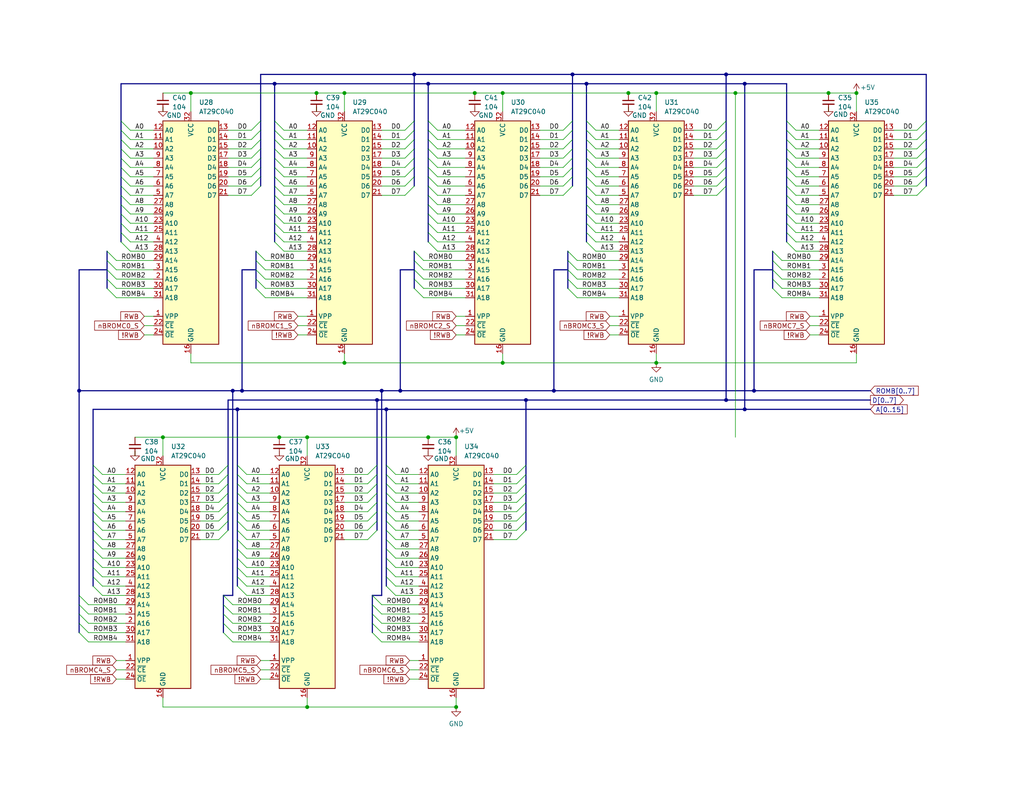
<source format=kicad_sch>
(kicad_sch (version 20250114) (generator "eeschema") (generator_version "9.0")
  (paper "USLetter")
  (title_block (title "Shared ROM Banks") (date "2025-03-04") (rev "1.1A") (company "Data Tuning") (comment 1 "Hydra 16"))
  (junction (at 102.87 109.22))
  (junction (at 124.46 119.38))
  (junction (at 160.02 22.86))
  (junction (at 64.77 111.76))
  (junction (at 233.68 25.4))
  (junction (at 105.41 111.76))
  (junction (at 200.66 25.4))
  (junction (at 113.03 20.32))
  (junction (at 66.04 106.68))
  (junction (at 83.82 119.38))
  (junction (at 109.22 106.68))
  (junction (at 104.14 106.68))
  (junction (at 86.36 25.4))
  (junction (at 76.2 119.38))
  (junction (at 203.2 22.86))
  (junction (at 116.84 119.38))
  (junction (at 151.13 106.68))
  (junction (at 63.5 106.68))
  (junction (at 124.46 193.04))
  (junction (at 52.07 25.4))
  (junction (at 143.51 109.22))
  (junction (at 198.12 109.22))
  (junction (at 203.2 111.76))
  (junction (at 137.16 25.4))
  (junction (at 179.07 99.06))
  (junction (at 226.06 25.4))
  (junction (at 74.93 22.86))
  (junction (at 93.98 25.4))
  (junction (at 21.59 106.68))
  (junction (at 171.45 25.4))
  (junction (at 156.21 20.32))
  (junction (at 93.98 99.06))
  (junction (at 179.07 25.4))
  (junction (at 137.16 99.06))
  (junction (at 116.84 22.86))
  (junction (at 198.12 20.32))
  (junction (at 205.74 106.68))
  (junction (at 83.82 193.04))
  (junction (at 129.54 25.4))
  (junction (at 44.45 119.38))
  (bus_entry (at 210.82 68.58) (size 2.54 2.54))
  (bus_entry (at 25.4 132.08) (size 2.54 2.54))
  (bus_entry (at 64.77 147.32) (size 2.54 2.54))
  (bus_entry (at 64.77 157.48) (size 2.54 2.54))
  (bus_entry (at 116.84 60.96) (size 2.54 2.54))
  (bus_entry (at 156.21 33.02) (size -2.54 2.54))
  (bus_entry (at 156.21 45.72) (size -2.54 2.54))
  (bus_entry (at 101.6 172.72) (size 2.54 2.54))
  (bus_entry (at 105.41 149.86) (size 2.54 2.54))
  (bus_entry (at 105.41 137.16) (size 2.54 2.54))
  (bus_entry (at 113.03 45.72) (size -2.54 2.54))
  (bus_entry (at 105.41 134.62) (size 2.54 2.54))
  (bus_entry (at 116.84 66.04) (size 2.54 2.54))
  (bus_entry (at 62.23 129.54) (size -2.54 2.54))
  (bus_entry (at 154.94 78.74) (size 2.54 2.54))
  (bus_entry (at 69.85 68.58) (size 2.54 2.54))
  (bus_entry (at 33.02 48.26) (size 2.54 2.54))
  (bus_entry (at 198.12 43.18) (size -2.54 2.54))
  (bus_entry (at 198.12 40.64) (size -2.54 2.54))
  (bus_entry (at 105.41 139.7) (size 2.54 2.54))
  (bus_entry (at 160.02 35.56) (size 2.54 2.54))
  (bus_entry (at 214.63 50.8) (size 2.54 2.54))
  (bus_entry (at 64.77 142.24) (size 2.54 2.54))
  (bus_entry (at 25.4 147.32) (size 2.54 2.54))
  (bus_entry (at 113.03 33.02) (size -2.54 2.54))
  (bus_entry (at 105.41 132.08) (size 2.54 2.54))
  (bus_entry (at 252.73 33.02) (size -2.54 2.54))
  (bus_entry (at 102.87 134.62) (size -2.54 2.54))
  (bus_entry (at 25.4 142.24) (size 2.54 2.54))
  (bus_entry (at 71.12 50.8) (size -2.54 2.54))
  (bus_entry (at 21.59 172.72) (size 2.54 2.54))
  (bus_entry (at 74.93 48.26) (size 2.54 2.54))
  (bus_entry (at 116.84 45.72) (size 2.54 2.54))
  (bus_entry (at 74.93 63.5) (size 2.54 2.54))
  (bus_entry (at 113.03 50.8) (size -2.54 2.54))
  (bus_entry (at 64.77 139.7) (size 2.54 2.54))
  (bus_entry (at 64.77 154.94) (size 2.54 2.54))
  (bus_entry (at 64.77 144.78) (size 2.54 2.54))
  (bus_entry (at 71.12 43.18) (size -2.54 2.54))
  (bus_entry (at 33.02 53.34) (size 2.54 2.54))
  (bus_entry (at 116.84 40.64) (size 2.54 2.54))
  (bus_entry (at 69.85 78.74) (size 2.54 2.54))
  (bus_entry (at 113.03 38.1) (size -2.54 2.54))
  (bus_entry (at 116.84 53.34) (size 2.54 2.54))
  (bus_entry (at 198.12 48.26) (size -2.54 2.54))
  (bus_entry (at 102.87 127) (size -2.54 2.54))
  (bus_entry (at 33.02 63.5) (size 2.54 2.54))
  (bus_entry (at 33.02 33.02) (size 2.54 2.54))
  (bus_entry (at 64.77 149.86) (size 2.54 2.54))
  (bus_entry (at 25.4 160.02) (size 2.54 2.54))
  (bus_entry (at 102.87 139.7) (size -2.54 2.54))
  (bus_entry (at 214.63 53.34) (size 2.54 2.54))
  (bus_entry (at 143.51 127) (size -2.54 2.54))
  (bus_entry (at 25.4 157.48) (size 2.54 2.54))
  (bus_entry (at 105.41 127) (size 2.54 2.54))
  (bus_entry (at 116.84 63.5) (size 2.54 2.54))
  (bus_entry (at 160.02 53.34) (size 2.54 2.54))
  (bus_entry (at 160.02 38.1) (size 2.54 2.54))
  (bus_entry (at 160.02 43.18) (size 2.54 2.54))
  (bus_entry (at 33.02 43.18) (size 2.54 2.54))
  (bus_entry (at 62.23 139.7) (size -2.54 2.54))
  (bus_entry (at 160.02 66.04) (size 2.54 2.54))
  (bus_entry (at 198.12 50.8) (size -2.54 2.54))
  (bus_entry (at 210.82 78.74) (size 2.54 2.54))
  (bus_entry (at 74.93 45.72) (size 2.54 2.54))
  (bus_entry (at 29.21 71.12) (size 2.54 2.54))
  (bus_entry (at 25.4 154.94) (size 2.54 2.54))
  (bus_entry (at 154.94 71.12) (size 2.54 2.54))
  (bus_entry (at 64.77 132.08) (size 2.54 2.54))
  (bus_entry (at 62.23 132.08) (size -2.54 2.54))
  (bus_entry (at 116.84 48.26) (size 2.54 2.54))
  (bus_entry (at 113.03 43.18) (size -2.54 2.54))
  (bus_entry (at 210.82 73.66) (size 2.54 2.54))
  (bus_entry (at 62.23 127) (size -2.54 2.54))
  (bus_entry (at 29.21 73.66) (size 2.54 2.54))
  (bus_entry (at 29.21 76.2) (size 2.54 2.54))
  (bus_entry (at 105.41 129.54) (size 2.54 2.54))
  (bus_entry (at 214.63 48.26) (size 2.54 2.54))
  (bus_entry (at 101.6 170.18) (size 2.54 2.54))
  (bus_entry (at 143.51 139.7) (size -2.54 2.54))
  (bus_entry (at 214.63 33.02) (size 2.54 2.54))
  (bus_entry (at 29.21 68.58) (size 2.54 2.54))
  (bus_entry (at 113.03 40.64) (size -2.54 2.54))
  (bus_entry (at 101.6 165.1) (size 2.54 2.54))
  (bus_entry (at 214.63 63.5) (size 2.54 2.54))
  (bus_entry (at 116.84 35.56) (size 2.54 2.54))
  (bus_entry (at 116.84 50.8) (size 2.54 2.54))
  (bus_entry (at 62.23 142.24) (size -2.54 2.54))
  (bus_entry (at 64.77 137.16) (size 2.54 2.54))
  (bus_entry (at 29.21 78.74) (size 2.54 2.54))
  (bus_entry (at 69.85 71.12) (size 2.54 2.54))
  (bus_entry (at 252.73 40.64) (size -2.54 2.54))
  (bus_entry (at 64.77 152.4) (size 2.54 2.54))
  (bus_entry (at 105.41 160.02) (size 2.54 2.54))
  (bus_entry (at 113.03 35.56) (size -2.54 2.54))
  (bus_entry (at 116.84 33.02) (size 2.54 2.54))
  (bus_entry (at 25.4 139.7) (size 2.54 2.54))
  (bus_entry (at 252.73 43.18) (size -2.54 2.54))
  (bus_entry (at 74.93 66.04) (size 2.54 2.54))
  (bus_entry (at 143.51 132.08) (size -2.54 2.54))
  (bus_entry (at 64.77 129.54) (size 2.54 2.54))
  (bus_entry (at 102.87 132.08) (size -2.54 2.54))
  (bus_entry (at 33.02 60.96) (size 2.54 2.54))
  (bus_entry (at 25.4 152.4) (size 2.54 2.54))
  (bus_entry (at 60.96 167.64) (size 2.54 2.54))
  (bus_entry (at 33.02 45.72) (size 2.54 2.54))
  (bus_entry (at 25.4 144.78) (size 2.54 2.54))
  (bus_entry (at 198.12 38.1) (size -2.54 2.54))
  (bus_entry (at 62.23 137.16) (size -2.54 2.54))
  (bus_entry (at 60.96 172.72) (size 2.54 2.54))
  (bus_entry (at 113.03 78.74) (size 2.54 2.54))
  (bus_entry (at 71.12 40.64) (size -2.54 2.54))
  (bus_entry (at 160.02 45.72) (size 2.54 2.54))
  (bus_entry (at 113.03 71.12) (size 2.54 2.54))
  (bus_entry (at 33.02 40.64) (size 2.54 2.54))
  (bus_entry (at 74.93 40.64) (size 2.54 2.54))
  (bus_entry (at 198.12 45.72) (size -2.54 2.54))
  (bus_entry (at 113.03 73.66) (size 2.54 2.54))
  (bus_entry (at 62.23 134.62) (size -2.54 2.54))
  (bus_entry (at 252.73 38.1) (size -2.54 2.54))
  (bus_entry (at 60.96 170.18) (size 2.54 2.54))
  (bus_entry (at 74.93 58.42) (size 2.54 2.54))
  (bus_entry (at 214.63 35.56) (size 2.54 2.54))
  (bus_entry (at 21.59 165.1) (size 2.54 2.54))
  (bus_entry (at 21.59 170.18) (size 2.54 2.54))
  (bus_entry (at 21.59 162.56) (size 2.54 2.54))
  (bus_entry (at 105.41 147.32) (size 2.54 2.54))
  (bus_entry (at 113.03 76.2) (size 2.54 2.54))
  (bus_entry (at 71.12 45.72) (size -2.54 2.54))
  (bus_entry (at 113.03 68.58) (size 2.54 2.54))
  (bus_entry (at 74.93 35.56) (size 2.54 2.54))
  (bus_entry (at 33.02 55.88) (size 2.54 2.54))
  (bus_entry (at 160.02 40.64) (size 2.54 2.54))
  (bus_entry (at 160.02 55.88) (size 2.54 2.54))
  (bus_entry (at 102.87 137.16) (size -2.54 2.54))
  (bus_entry (at 102.87 129.54) (size -2.54 2.54))
  (bus_entry (at 252.73 50.8) (size -2.54 2.54))
  (bus_entry (at 69.85 76.2) (size 2.54 2.54))
  (bus_entry (at 214.63 58.42) (size 2.54 2.54))
  (bus_entry (at 160.02 48.26) (size 2.54 2.54))
  (bus_entry (at 33.02 58.42) (size 2.54 2.54))
  (bus_entry (at 74.93 38.1) (size 2.54 2.54))
  (bus_entry (at 25.4 127) (size 2.54 2.54))
  (bus_entry (at 71.12 38.1) (size -2.54 2.54))
  (bus_entry (at 60.96 162.56) (size 2.54 2.54))
  (bus_entry (at 33.02 66.04) (size 2.54 2.54))
  (bus_entry (at 25.4 149.86) (size 2.54 2.54))
  (bus_entry (at 74.93 60.96) (size 2.54 2.54))
  (bus_entry (at 143.51 134.62) (size -2.54 2.54))
  (bus_entry (at 64.77 127) (size 2.54 2.54))
  (bus_entry (at 160.02 33.02) (size 2.54 2.54))
  (bus_entry (at 156.21 38.1) (size -2.54 2.54))
  (bus_entry (at 102.87 142.24) (size -2.54 2.54))
  (bus_entry (at 143.51 137.16) (size -2.54 2.54))
  (bus_entry (at 198.12 33.02) (size -2.54 2.54))
  (bus_entry (at 210.82 71.12) (size 2.54 2.54))
  (bus_entry (at 156.21 35.56) (size -2.54 2.54))
  (bus_entry (at 214.63 55.88) (size 2.54 2.54))
  (bus_entry (at 71.12 48.26) (size -2.54 2.54))
  (bus_entry (at 156.21 40.64) (size -2.54 2.54))
  (bus_entry (at 214.63 40.64) (size 2.54 2.54))
  (bus_entry (at 74.93 55.88) (size 2.54 2.54))
  (bus_entry (at 154.94 73.66) (size 2.54 2.54))
  (bus_entry (at 74.93 53.34) (size 2.54 2.54))
  (bus_entry (at 160.02 58.42) (size 2.54 2.54))
  (bus_entry (at 33.02 38.1) (size 2.54 2.54))
  (bus_entry (at 214.63 45.72) (size 2.54 2.54))
  (bus_entry (at 210.82 76.2) (size 2.54 2.54))
  (bus_entry (at 74.93 33.02) (size 2.54 2.54))
  (bus_entry (at 252.73 35.56) (size -2.54 2.54))
  (bus_entry (at 116.84 58.42) (size 2.54 2.54))
  (bus_entry (at 25.4 129.54) (size 2.54 2.54))
  (bus_entry (at 105.41 154.94) (size 2.54 2.54))
  (bus_entry (at 64.77 134.62) (size 2.54 2.54))
  (bus_entry (at 198.12 35.56) (size -2.54 2.54))
  (bus_entry (at 116.84 38.1) (size 2.54 2.54))
  (bus_entry (at 113.03 48.26) (size -2.54 2.54))
  (bus_entry (at 69.85 73.66) (size 2.54 2.54))
  (bus_entry (at 156.21 48.26) (size -2.54 2.54))
  (bus_entry (at 33.02 35.56) (size 2.54 2.54))
  (bus_entry (at 252.73 48.26) (size -2.54 2.54))
  (bus_entry (at 143.51 142.24) (size -2.54 2.54))
  (bus_entry (at 116.84 55.88) (size 2.54 2.54))
  (bus_entry (at 214.63 66.04) (size 2.54 2.54))
  (bus_entry (at 160.02 60.96) (size 2.54 2.54))
  (bus_entry (at 214.63 60.96) (size 2.54 2.54))
  (bus_entry (at 102.87 144.78) (size -2.54 2.54))
  (bus_entry (at 116.84 43.18) (size 2.54 2.54))
  (bus_entry (at 60.96 165.1) (size 2.54 2.54))
  (bus_entry (at 105.41 152.4) (size 2.54 2.54))
  (bus_entry (at 160.02 63.5) (size 2.54 2.54))
  (bus_entry (at 71.12 33.02) (size -2.54 2.54))
  (bus_entry (at 71.12 35.56) (size -2.54 2.54))
  (bus_entry (at 25.4 134.62) (size 2.54 2.54))
  (bus_entry (at 62.23 144.78) (size -2.54 2.54))
  (bus_entry (at 101.6 162.56) (size 2.54 2.54))
  (bus_entry (at 156.21 43.18) (size -2.54 2.54))
  (bus_entry (at 21.59 167.64) (size 2.54 2.54))
  (bus_entry (at 160.02 50.8) (size 2.54 2.54))
  (bus_entry (at 252.73 45.72) (size -2.54 2.54))
  (bus_entry (at 25.4 137.16) (size 2.54 2.54))
  (bus_entry (at 143.51 129.54) (size -2.54 2.54))
  (bus_entry (at 154.94 68.58) (size 2.54 2.54))
  (bus_entry (at 156.21 50.8) (size -2.54 2.54))
  (bus_entry (at 105.41 157.48) (size 2.54 2.54))
  (bus_entry (at 74.93 43.18) (size 2.54 2.54))
  (bus_entry (at 105.41 144.78) (size 2.54 2.54))
  (bus_entry (at 64.77 160.02) (size 2.54 2.54))
  (bus_entry (at 33.02 50.8) (size 2.54 2.54))
  (bus_entry (at 214.63 38.1) (size 2.54 2.54))
  (bus_entry (at 143.51 144.78) (size -2.54 2.54))
  (bus_entry (at 101.6 167.64) (size 2.54 2.54))
  (bus_entry (at 105.41 142.24) (size 2.54 2.54))
  (bus_entry (at 154.94 76.2) (size 2.54 2.54))
  (bus_entry (at 74.93 50.8) (size 2.54 2.54))
  (bus_entry (at 214.63 43.18) (size 2.54 2.54))
  (wire (pts (xy 213.36 81.28) (xy 223.52 81.28)))
  (bus (pts (xy 74.93 50.8) (xy 74.93 48.26)))
  (wire (pts (xy 71.12 180.34) (xy 73.66 180.34)))
  (wire (pts (xy 137.16 25.4) (xy 171.45 25.4)))
  (bus (pts (xy 116.84 50.8) (xy 116.84 48.26)))
  (bus (pts (xy 143.51 139.7) (xy 143.51 142.24)))
  (wire (pts (xy 107.95 139.7) (xy 114.3 139.7)))
  (wire (pts (xy 162.56 40.64) (xy 168.91 40.64)))
  (bus (pts (xy 29.21 76.2) (xy 29.21 78.74)))
  (wire (pts (xy 104.14 165.1) (xy 114.3 165.1)))
  (wire (pts (xy 233.68 96.52) (xy 233.68 99.06)))
  (wire (pts (xy 35.56 35.56) (xy 41.91 35.56)))
  (wire (pts (xy 107.95 129.54) (xy 114.3 129.54)))
  (bus (pts (xy 210.82 76.2) (xy 210.82 78.74)))
  (wire (pts (xy 129.54 29.21) (xy 129.54 30.48)))
  (bus (pts (xy 64.77 129.54) (xy 64.77 132.08)))
  (wire (pts (xy 217.17 53.34) (xy 223.52 53.34)))
  (wire (pts (xy 162.56 60.96) (xy 168.91 60.96)))
  (bus (pts (xy 109.22 106.68) (xy 104.14 106.68)))
  (wire (pts (xy 67.31 160.02) (xy 73.66 160.02)))
  (bus (pts (xy 105.41 129.54) (xy 105.41 132.08)))
  (bus (pts (xy 156.21 33.02) (xy 156.21 35.56)))
  (bus (pts (xy 160.02 66.04) (xy 160.02 63.5)))
  (wire (pts (xy 104.14 175.26) (xy 114.3 175.26)))
  (bus (pts (xy 64.77 127) (xy 64.77 129.54)))
  (wire (pts (xy 24.13 165.1) (xy 34.29 165.1)))
  (bus (pts (xy 105.41 127) (xy 105.41 129.54)))
  (wire (pts (xy 83.82 119.38) (xy 83.82 124.46)))
  (bus (pts (xy 29.21 71.12) (xy 29.21 73.66)))
  (bus (pts (xy 33.02 50.8) (xy 33.02 48.26)))
  (bus (pts (xy 66.04 106.68) (xy 63.5 106.68)))
  (wire (pts (xy 36.83 124.46) (xy 36.83 123.19)))
  (wire (pts (xy 77.47 60.96) (xy 83.82 60.96)))
  (bus (pts (xy 102.87 127) (xy 102.87 129.54)))
  (wire (pts (xy 134.62 132.08) (xy 140.97 132.08)))
  (wire (pts (xy 54.61 132.08) (xy 59.69 132.08)))
  (wire (pts (xy 71.12 185.42) (xy 73.66 185.42)))
  (wire (pts (xy 213.36 71.12) (xy 223.52 71.12)))
  (wire (pts (xy 54.61 142.24) (xy 59.69 142.24)))
  (bus (pts (xy 156.21 48.26) (xy 156.21 50.8)))
  (wire (pts (xy 134.62 147.32) (xy 140.97 147.32)))
  (bus (pts (xy 205.74 106.68) (xy 237.49 106.68)))
  (bus (pts (xy 113.03 33.02) (xy 113.03 35.56)))
  (bus (pts (xy 74.93 33.02) (xy 74.93 22.86)))
  (wire (pts (xy 107.95 147.32) (xy 114.3 147.32)))
  (wire (pts (xy 93.98 147.32) (xy 100.33 147.32)))
  (wire (pts (xy 162.56 53.34) (xy 168.91 53.34)))
  (wire (pts (xy 77.47 48.26) (xy 83.82 48.26)))
  (wire (pts (xy 27.94 137.16) (xy 34.29 137.16)))
  (wire (pts (xy 217.17 68.58) (xy 223.52 68.58)))
  (bus (pts (xy 105.41 142.24) (xy 105.41 144.78)))
  (wire (pts (xy 54.61 144.78) (xy 59.69 144.78)))
  (bus (pts (xy 160.02 50.8) (xy 160.02 48.26)))
  (wire (pts (xy 67.31 137.16) (xy 73.66 137.16)))
  (wire (pts (xy 67.31 162.56) (xy 73.66 162.56)))
  (wire (pts (xy 134.62 139.7) (xy 140.97 139.7)))
  (wire (pts (xy 93.98 132.08) (xy 100.33 132.08)))
  (wire (pts (xy 157.48 78.74) (xy 168.91 78.74)))
  (bus (pts (xy 74.93 40.64) (xy 74.93 43.18)))
  (bus (pts (xy 25.4 144.78) (xy 25.4 142.24)))
  (wire (pts (xy 226.06 29.21) (xy 226.06 30.48)))
  (wire (pts (xy 77.47 43.18) (xy 83.82 43.18)))
  (bus (pts (xy 113.03 38.1) (xy 113.03 40.64)))
  (wire (pts (xy 24.13 167.64) (xy 34.29 167.64)))
  (wire (pts (xy 27.94 139.7) (xy 34.29 139.7)))
  (bus (pts (xy 25.4 147.32) (xy 25.4 144.78)))
  (bus (pts (xy 252.73 40.64) (xy 252.73 43.18)))
  (wire (pts (xy 124.46 91.44) (xy 127 91.44)))
  (bus (pts (xy 210.82 73.66) (xy 210.82 76.2)))
  (wire (pts (xy 27.94 134.62) (xy 34.29 134.62)))
  (bus (pts (xy 101.6 162.56) (xy 104.14 162.56)))
  (bus (pts (xy 151.13 73.66) (xy 154.94 73.66)))
  (bus (pts (xy 151.13 73.66) (xy 151.13 106.68)))
  (bus (pts (xy 160.02 53.34) (xy 160.02 50.8)))
  (wire (pts (xy 67.31 157.48) (xy 73.66 157.48)))
  (wire (pts (xy 24.13 170.18) (xy 34.29 170.18)))
  (bus (pts (xy 113.03 45.72) (xy 113.03 48.26)))
  (bus (pts (xy 143.51 127) (xy 143.51 129.54)))
  (bus (pts (xy 102.87 109.22) (xy 102.87 127)))
  (wire (pts (xy 104.14 50.8) (xy 110.49 50.8)))
  (wire (pts (xy 27.94 132.08) (xy 34.29 132.08)))
  (wire (pts (xy 115.57 81.28) (xy 127 81.28)))
  (bus (pts (xy 160.02 48.26) (xy 160.02 45.72)))
  (wire (pts (xy 44.45 124.46) (xy 44.45 119.38)))
  (wire (pts (xy 147.32 40.64) (xy 153.67 40.64)))
  (bus (pts (xy 116.84 53.34) (xy 116.84 50.8)))
  (wire (pts (xy 62.23 35.56) (xy 68.58 35.56)))
  (wire (pts (xy 36.83 119.38) (xy 44.45 119.38)))
  (bus (pts (xy 25.4 160.02) (xy 25.4 157.48)))
  (wire (pts (xy 35.56 40.64) (xy 41.91 40.64)))
  (bus (pts (xy 29.21 73.66) (xy 29.21 76.2)))
  (wire (pts (xy 217.17 66.04) (xy 223.52 66.04)))
  (bus (pts (xy 160.02 63.5) (xy 160.02 60.96)))
  (wire (pts (xy 72.39 71.12) (xy 83.82 71.12)))
  (wire (pts (xy 35.56 48.26) (xy 41.91 48.26)))
  (wire (pts (xy 134.62 129.54) (xy 140.97 129.54)))
  (wire (pts (xy 162.56 58.42) (xy 168.91 58.42)))
  (wire (pts (xy 24.13 172.72) (xy 34.29 172.72)))
  (wire (pts (xy 93.98 129.54) (xy 100.33 129.54)))
  (wire (pts (xy 104.14 53.34) (xy 110.49 53.34)))
  (wire (pts (xy 35.56 50.8) (xy 41.91 50.8)))
  (bus (pts (xy 198.12 35.56) (xy 198.12 38.1)))
  (wire (pts (xy 107.95 132.08) (xy 114.3 132.08)))
  (wire (pts (xy 217.17 43.18) (xy 223.52 43.18)))
  (bus (pts (xy 214.63 55.88) (xy 214.63 58.42)))
  (bus (pts (xy 113.03 35.56) (xy 113.03 38.1)))
  (wire (pts (xy 147.32 45.72) (xy 153.67 45.72)))
  (wire (pts (xy 67.31 147.32) (xy 73.66 147.32)))
  (bus (pts (xy 214.63 48.26) (xy 214.63 50.8)))
  (wire (pts (xy 35.56 38.1) (xy 41.91 38.1)))
  (wire (pts (xy 124.46 190.5) (xy 124.46 193.04)))
  (bus (pts (xy 64.77 144.78) (xy 64.77 147.32)))
  (wire (pts (xy 166.37 86.36) (xy 168.91 86.36)))
  (bus (pts (xy 156.21 43.18) (xy 156.21 45.72)))
  (bus (pts (xy 214.63 50.8) (xy 214.63 53.34)))
  (bus (pts (xy 210.82 68.58) (xy 210.82 71.12)))
  (wire (pts (xy 31.75 81.28) (xy 41.91 81.28)))
  (bus (pts (xy 143.51 109.22) (xy 143.51 127)))
  (wire (pts (xy 27.94 149.86) (xy 34.29 149.86)))
  (wire (pts (xy 27.94 142.24) (xy 34.29 142.24)))
  (wire (pts (xy 217.17 50.8) (xy 223.52 50.8)))
  (wire (pts (xy 104.14 48.26) (xy 110.49 48.26)))
  (wire (pts (xy 147.32 35.56) (xy 153.67 35.56)))
  (bus (pts (xy 102.87 129.54) (xy 102.87 132.08)))
  (wire (pts (xy 189.23 40.64) (xy 195.58 40.64)))
  (bus (pts (xy 62.23 132.08) (xy 62.23 134.62)))
  (bus (pts (xy 102.87 142.24) (xy 102.87 144.78)))
  (bus (pts (xy 66.04 106.68) (xy 104.14 106.68)))
  (wire (pts (xy 71.12 182.88) (xy 73.66 182.88)))
  (bus (pts (xy 214.63 33.02) (xy 214.63 35.56)))
  (bus (pts (xy 198.12 40.64) (xy 198.12 43.18)))
  (bus (pts (xy 62.23 109.22) (xy 62.23 127)))
  (wire (pts (xy 162.56 38.1) (xy 168.91 38.1)))
  (wire (pts (xy 189.23 48.26) (xy 195.58 48.26)))
  (bus (pts (xy 109.22 73.66) (xy 109.22 106.68)))
  (bus (pts (xy 25.4 157.48) (xy 25.4 154.94)))
  (bus (pts (xy 151.13 106.68) (xy 205.74 106.68)))
  (bus (pts (xy 33.02 40.64) (xy 33.02 43.18)))
  (bus (pts (xy 21.59 165.1) (xy 21.59 167.64)))
  (bus (pts (xy 156.21 35.56) (xy 156.21 38.1)))
  (wire (pts (xy 220.98 91.44) (xy 223.52 91.44)))
  (bus (pts (xy 252.73 38.1) (xy 252.73 40.64)))
  (wire (pts (xy 54.61 129.54) (xy 59.69 129.54)))
  (wire (pts (xy 63.5 165.1) (xy 73.66 165.1)))
  (wire (pts (xy 189.23 43.18) (xy 195.58 43.18)))
  (wire (pts (xy 119.38 38.1) (xy 127 38.1)))
  (wire (pts (xy 137.16 25.4) (xy 137.16 30.48)))
  (wire (pts (xy 243.84 35.56) (xy 250.19 35.56)))
  (bus (pts (xy 116.84 35.56) (xy 116.84 38.1)))
  (wire (pts (xy 200.66 119.38) (xy 200.66 25.4)))
  (bus (pts (xy 198.12 43.18) (xy 198.12 45.72)))
  (bus (pts (xy 214.63 40.64) (xy 214.63 43.18)))
  (wire (pts (xy 179.07 99.06) (xy 233.68 99.06)))
  (wire (pts (xy 77.47 53.34) (xy 83.82 53.34)))
  (wire (pts (xy 104.14 172.72) (xy 114.3 172.72)))
  (wire (pts (xy 54.61 137.16) (xy 59.69 137.16)))
  (bus (pts (xy 210.82 71.12) (xy 210.82 73.66)))
  (bus (pts (xy 62.23 139.7) (xy 62.23 142.24)))
  (bus (pts (xy 210.82 73.66) (xy 205.74 73.66)))
  (wire (pts (xy 62.23 45.72) (xy 68.58 45.72)))
  (wire (pts (xy 27.94 162.56) (xy 34.29 162.56)))
  (wire (pts (xy 52.07 25.4) (xy 52.07 30.48)))
  (bus (pts (xy 198.12 20.32) (xy 198.12 33.02)))
  (wire (pts (xy 166.37 91.44) (xy 168.91 91.44)))
  (wire (pts (xy 217.17 60.96) (xy 223.52 60.96)))
  (bus (pts (xy 116.84 55.88) (xy 116.84 58.42)))
  (wire (pts (xy 217.17 35.56) (xy 223.52 35.56)))
  (wire (pts (xy 77.47 63.5) (xy 83.82 63.5)))
  (bus (pts (xy 33.02 66.04) (xy 33.02 63.5)))
  (wire (pts (xy 226.06 25.4) (xy 233.68 25.4)))
  (wire (pts (xy 31.75 182.88) (xy 34.29 182.88)))
  (wire (pts (xy 162.56 63.5) (xy 168.91 63.5)))
  (bus (pts (xy 33.02 43.18) (xy 33.02 45.72)))
  (bus (pts (xy 214.63 22.86) (xy 214.63 33.02)))
  (wire (pts (xy 67.31 134.62) (xy 73.66 134.62)))
  (wire (pts (xy 200.66 25.4) (xy 179.07 25.4)))
  (bus (pts (xy 25.4 142.24) (xy 25.4 139.7)))
  (bus (pts (xy 25.4 137.16) (xy 25.4 139.7)))
  (wire (pts (xy 217.17 58.42) (xy 223.52 58.42)))
  (bus (pts (xy 71.12 45.72) (xy 71.12 48.26)))
  (wire (pts (xy 220.98 86.36) (xy 223.52 86.36)))
  (wire (pts (xy 35.56 45.72) (xy 41.91 45.72)))
  (wire (pts (xy 44.45 29.21) (xy 44.45 30.48)))
  (wire (pts (xy 44.45 119.38) (xy 76.2 119.38)))
  (wire (pts (xy 104.14 43.18) (xy 110.49 43.18)))
  (bus (pts (xy 64.77 157.48) (xy 64.77 160.02)))
  (wire (pts (xy 217.17 48.26) (xy 223.52 48.26)))
  (bus (pts (xy 102.87 139.7) (xy 102.87 142.24)))
  (bus (pts (xy 71.12 33.02) (xy 71.12 35.56)))
  (wire (pts (xy 147.32 48.26) (xy 153.67 48.26)))
  (wire (pts (xy 27.94 154.94) (xy 34.29 154.94)))
  (wire (pts (xy 72.39 76.2) (xy 83.82 76.2)))
  (wire (pts (xy 62.23 38.1) (xy 68.58 38.1)))
  (wire (pts (xy 233.68 25.4) (xy 233.68 30.48)))
  (bus (pts (xy 113.03 20.32) (xy 113.03 33.02)))
  (bus (pts (xy 60.96 170.18) (xy 60.96 172.72)))
  (bus (pts (xy 60.96 162.56) (xy 60.96 165.1)))
  (wire (pts (xy 31.75 76.2) (xy 41.91 76.2)))
  (wire (pts (xy 104.14 40.64) (xy 110.49 40.64)))
  (wire (pts (xy 217.17 40.64) (xy 223.52 40.64)))
  (bus (pts (xy 116.84 22.86) (xy 116.84 33.02)))
  (bus (pts (xy 69.85 71.12) (xy 69.85 73.66)))
  (wire (pts (xy 171.45 25.4) (xy 179.07 25.4)))
  (wire (pts (xy 62.23 53.34) (xy 68.58 53.34)))
  (bus (pts (xy 62.23 137.16) (xy 62.23 139.7)))
  (bus (pts (xy 160.02 22.86) (xy 160.02 33.02)))
  (bus (pts (xy 71.12 40.64) (xy 71.12 43.18)))
  (bus (pts (xy 105.41 144.78) (xy 105.41 147.32)))
  (wire (pts (xy 52.07 99.06) (xy 93.98 99.06)))
  (wire (pts (xy 83.82 119.38) (xy 116.84 119.38)))
  (wire (pts (xy 77.47 35.56) (xy 83.82 35.56)))
  (bus (pts (xy 101.6 162.56) (xy 101.6 165.1)))
  (bus (pts (xy 156.21 38.1) (xy 156.21 40.64)))
  (wire (pts (xy 52.07 96.52) (xy 52.07 99.06)))
  (wire (pts (xy 119.38 35.56) (xy 127 35.56)))
  (bus (pts (xy 105.41 111.76) (xy 203.2 111.76)))
  (wire (pts (xy 115.57 76.2) (xy 127 76.2)))
  (bus (pts (xy 113.03 71.12) (xy 113.03 73.66)))
  (wire (pts (xy 213.36 76.2) (xy 223.52 76.2)))
  (bus (pts (xy 156.21 33.02) (xy 156.21 20.32)))
  (wire (pts (xy 243.84 38.1) (xy 250.19 38.1)))
  (bus (pts (xy 69.85 68.58) (xy 69.85 71.12)))
  (bus (pts (xy 105.41 157.48) (xy 105.41 160.02)))
  (wire (pts (xy 119.38 40.64) (xy 127 40.64)))
  (bus (pts (xy 64.77 132.08) (xy 64.77 134.62)))
  (bus (pts (xy 62.23 129.54) (xy 62.23 132.08)))
  (bus (pts (xy 74.93 22.86) (xy 116.84 22.86)))
  (wire (pts (xy 93.98 99.06) (xy 137.16 99.06)))
  (wire (pts (xy 116.84 123.19) (xy 116.84 124.46)))
  (wire (pts (xy 27.94 129.54) (xy 34.29 129.54)))
  (bus (pts (xy 64.77 142.24) (xy 64.77 144.78)))
  (wire (pts (xy 124.46 86.36) (xy 127 86.36)))
  (bus (pts (xy 33.02 63.5) (xy 33.02 60.96)))
  (wire (pts (xy 104.14 38.1) (xy 110.49 38.1)))
  (wire (pts (xy 157.48 81.28) (xy 168.91 81.28)))
  (wire (pts (xy 31.75 78.74) (xy 41.91 78.74)))
  (bus (pts (xy 66.04 73.66) (xy 69.85 73.66)))
  (wire (pts (xy 93.98 139.7) (xy 100.33 139.7)))
  (bus (pts (xy 60.96 167.64) (xy 60.96 170.18)))
  (wire (pts (xy 119.38 45.72) (xy 127 45.72)))
  (wire (pts (xy 119.38 68.58) (xy 127 68.58)))
  (bus (pts (xy 154.94 76.2) (xy 154.94 78.74)))
  (wire (pts (xy 54.61 134.62) (xy 59.69 134.62)))
  (bus (pts (xy 214.63 38.1) (xy 214.63 40.64)))
  (wire (pts (xy 107.95 154.94) (xy 114.3 154.94)))
  (wire (pts (xy 137.16 99.06) (xy 179.07 99.06)))
  (bus (pts (xy 21.59 73.66) (xy 21.59 106.68)))
  (wire (pts (xy 147.32 53.34) (xy 153.67 53.34)))
  (bus (pts (xy 160.02 38.1) (xy 160.02 40.64)))
  (bus (pts (xy 21.59 162.56) (xy 21.59 165.1)))
  (bus (pts (xy 63.5 162.56) (xy 60.96 162.56)))
  (bus (pts (xy 71.12 35.56) (xy 71.12 38.1)))
  (wire (pts (xy 93.98 96.52) (xy 93.98 99.06)))
  (bus (pts (xy 33.02 55.88) (xy 33.02 58.42)))
  (bus (pts (xy 25.4 152.4) (xy 25.4 154.94)))
  (bus (pts (xy 214.63 60.96) (xy 214.63 63.5)))
  (wire (pts (xy 63.5 172.72) (xy 73.66 172.72)))
  (bus (pts (xy 116.84 55.88) (xy 116.84 53.34)))
  (bus (pts (xy 64.77 154.94) (xy 64.77 157.48)))
  (wire (pts (xy 162.56 48.26) (xy 168.91 48.26)))
  (bus (pts (xy 33.02 55.88) (xy 33.02 53.34)))
  (bus (pts (xy 33.02 22.86) (xy 74.93 22.86)))
  (bus (pts (xy 198.12 50.8) (xy 198.12 109.22)))
  (wire (pts (xy 35.56 68.58) (xy 41.91 68.58)))
  (bus (pts (xy 33.02 33.02) (xy 33.02 35.56)))
  (bus (pts (xy 252.73 48.26) (xy 252.73 50.8)))
  (wire (pts (xy 243.84 40.64) (xy 250.19 40.64)))
  (wire (pts (xy 77.47 66.04) (xy 83.82 66.04)))
  (wire (pts (xy 35.56 60.96) (xy 41.91 60.96)))
  (bus (pts (xy 160.02 33.02) (xy 160.02 35.56)))
  (wire (pts (xy 124.46 119.38) (xy 124.46 124.46)))
  (wire (pts (xy 63.5 170.18) (xy 73.66 170.18)))
  (bus (pts (xy 71.12 48.26) (xy 71.12 50.8)))
  (bus (pts (xy 71.12 38.1) (xy 71.12 40.64)))
  (bus (pts (xy 105.41 134.62) (xy 105.41 137.16)))
  (bus (pts (xy 214.63 43.18) (xy 214.63 45.72)))
  (wire (pts (xy 27.94 157.48) (xy 34.29 157.48)))
  (wire (pts (xy 107.95 157.48) (xy 114.3 157.48)))
  (bus (pts (xy 62.23 134.62) (xy 62.23 137.16)))
  (bus (pts (xy 160.02 40.64) (xy 160.02 43.18)))
  (bus (pts (xy 156.21 40.64) (xy 156.21 43.18)))
  (bus (pts (xy 25.4 132.08) (xy 25.4 134.62)))
  (bus (pts (xy 33.02 48.26) (xy 33.02 45.72)))
  (wire (pts (xy 35.56 58.42) (xy 41.91 58.42)))
  (bus (pts (xy 64.77 134.62) (xy 64.77 137.16)))
  (bus (pts (xy 66.04 73.66) (xy 66.04 106.68)))
  (wire (pts (xy 189.23 53.34) (xy 195.58 53.34)))
  (wire (pts (xy 35.56 63.5) (xy 41.91 63.5)))
  (bus (pts (xy 198.12 33.02) (xy 198.12 35.56)))
  (wire (pts (xy 93.98 25.4) (xy 129.54 25.4)))
  (wire (pts (xy 81.28 86.36) (xy 83.82 86.36)))
  (wire (pts (xy 162.56 43.18) (xy 168.91 43.18)))
  (bus (pts (xy 252.73 43.18) (xy 252.73 45.72)))
  (bus (pts (xy 25.4 129.54) (xy 25.4 132.08)))
  (wire (pts (xy 35.56 43.18) (xy 41.91 43.18)))
  (bus (pts (xy 116.84 48.26) (xy 116.84 45.72)))
  (bus (pts (xy 74.93 55.88) (xy 74.93 58.42)))
  (wire (pts (xy 107.95 142.24) (xy 114.3 142.24)))
  (bus (pts (xy 252.73 35.56) (xy 252.73 38.1)))
  (bus (pts (xy 116.84 58.42) (xy 116.84 60.96)))
  (wire (pts (xy 24.13 175.26) (xy 34.29 175.26)))
  (bus (pts (xy 60.96 165.1) (xy 60.96 167.64)))
  (bus (pts (xy 109.22 73.66) (xy 113.03 73.66)))
  (wire (pts (xy 104.14 167.64) (xy 114.3 167.64)))
  (wire (pts (xy 104.14 170.18) (xy 114.3 170.18)))
  (wire (pts (xy 213.36 78.74) (xy 223.52 78.74)))
  (wire (pts (xy 31.75 73.66) (xy 41.91 73.66)))
  (bus (pts (xy 214.63 63.5) (xy 214.63 66.04)))
  (wire (pts (xy 63.5 167.64) (xy 73.66 167.64)))
  (bus (pts (xy 74.93 35.56) (xy 74.93 38.1)))
  (wire (pts (xy 35.56 55.88) (xy 41.91 55.88)))
  (wire (pts (xy 104.14 45.72) (xy 110.49 45.72)))
  (wire (pts (xy 157.48 71.12) (xy 168.91 71.12)))
  (bus (pts (xy 102.87 109.22) (xy 143.51 109.22)))
  (wire (pts (xy 107.95 160.02) (xy 114.3 160.02)))
  (wire (pts (xy 52.07 25.4) (xy 86.36 25.4)))
  (bus (pts (xy 143.51 142.24) (xy 143.51 144.78)))
  (bus (pts (xy 64.77 111.76) (xy 105.41 111.76)))
  (bus (pts (xy 214.63 45.72) (xy 214.63 48.26)))
  (wire (pts (xy 81.28 91.44) (xy 83.82 91.44)))
  (bus (pts (xy 64.77 152.4) (xy 64.77 154.94)))
  (bus (pts (xy 33.02 58.42) (xy 33.02 60.96)))
  (wire (pts (xy 93.98 134.62) (xy 100.33 134.62)))
  (wire (pts (xy 44.45 25.4) (xy 52.07 25.4)))
  (wire (pts (xy 107.95 134.62) (xy 114.3 134.62)))
  (wire (pts (xy 107.95 149.86) (xy 114.3 149.86)))
  (bus (pts (xy 160.02 43.18) (xy 160.02 45.72)))
  (bus (pts (xy 113.03 20.32) (xy 156.21 20.32)))
  (bus (pts (xy 113.03 68.58) (xy 113.03 71.12)))
  (wire (pts (xy 39.37 91.44) (xy 41.91 91.44)))
  (bus (pts (xy 25.4 134.62) (xy 25.4 137.16)))
  (wire (pts (xy 147.32 50.8) (xy 153.67 50.8)))
  (bus (pts (xy 69.85 76.2) (xy 69.85 78.74)))
  (wire (pts (xy 134.62 134.62) (xy 140.97 134.62)))
  (bus (pts (xy 214.63 35.56) (xy 214.63 38.1)))
  (wire (pts (xy 27.94 144.78) (xy 34.29 144.78)))
  (bus (pts (xy 105.41 149.86) (xy 105.41 152.4)))
  (wire (pts (xy 162.56 66.04) (xy 168.91 66.04)))
  (wire (pts (xy 39.37 88.9) (xy 41.91 88.9)))
  (wire (pts (xy 179.07 99.06) (xy 179.07 96.52)))
  (wire (pts (xy 217.17 63.5) (xy 223.52 63.5)))
  (wire (pts (xy 119.38 63.5) (xy 127 63.5)))
  (wire (pts (xy 166.37 88.9) (xy 168.91 88.9)))
  (wire (pts (xy 189.23 38.1) (xy 195.58 38.1)))
  (wire (pts (xy 157.48 76.2) (xy 168.91 76.2)))
  (wire (pts (xy 72.39 78.74) (xy 83.82 78.74)))
  (wire (pts (xy 62.23 43.18) (xy 68.58 43.18)))
  (wire (pts (xy 119.38 58.42) (xy 127 58.42)))
  (bus (pts (xy 252.73 20.32) (xy 252.73 33.02)))
  (bus (pts (xy 160.02 55.88) (xy 160.02 53.34)))
  (wire (pts (xy 54.61 139.7) (xy 59.69 139.7)))
  (wire (pts (xy 147.32 38.1) (xy 153.67 38.1)))
  (wire (pts (xy 119.38 43.18) (xy 127 43.18)))
  (bus (pts (xy 33.02 53.34) (xy 33.02 50.8)))
  (wire (pts (xy 115.57 73.66) (xy 127 73.66)))
  (bus (pts (xy 25.4 127) (xy 25.4 129.54)))
  (wire (pts (xy 76.2 119.38) (xy 83.82 119.38)))
  (wire (pts (xy 86.36 29.21) (xy 86.36 30.48)))
  (bus (pts (xy 252.73 45.72) (xy 252.73 48.26)))
  (bus (pts (xy 21.59 170.18) (xy 21.59 172.72)))
  (bus (pts (xy 116.84 66.04) (xy 116.84 63.5)))
  (wire (pts (xy 171.45 29.21) (xy 171.45 30.48)))
  (wire (pts (xy 54.61 147.32) (xy 59.69 147.32)))
  (wire (pts (xy 72.39 81.28) (xy 83.82 81.28)))
  (wire (pts (xy 179.07 25.4) (xy 179.07 30.48)))
  (bus (pts (xy 29.21 68.58) (xy 29.21 71.12)))
  (bus (pts (xy 33.02 38.1) (xy 33.02 40.64)))
  (wire (pts (xy 67.31 152.4) (xy 73.66 152.4)))
  (wire (pts (xy 67.31 149.86) (xy 73.66 149.86)))
  (bus (pts (xy 105.41 154.94) (xy 105.41 157.48)))
  (bus (pts (xy 143.51 134.62) (xy 143.51 137.16)))
  (wire (pts (xy 119.38 60.96) (xy 127 60.96)))
  (wire (pts (xy 63.5 175.26) (xy 73.66 175.26)))
  (wire (pts (xy 213.36 73.66) (xy 223.52 73.66)))
  (bus (pts (xy 74.93 43.18) (xy 74.93 45.72)))
  (wire (pts (xy 124.46 88.9) (xy 127 88.9)))
  (bus (pts (xy 113.03 48.26) (xy 113.03 50.8)))
  (bus (pts (xy 105.41 132.08) (xy 105.41 134.62)))
  (bus (pts (xy 160.02 58.42) (xy 160.02 60.96)))
  (bus (pts (xy 160.02 55.88) (xy 160.02 58.42)))
  (bus (pts (xy 116.84 43.18) (xy 116.84 45.72)))
  (bus (pts (xy 71.12 43.18) (xy 71.12 45.72)))
  (wire (pts (xy 83.82 193.04) (xy 124.46 193.04)))
  (wire (pts (xy 243.84 43.18) (xy 250.19 43.18)))
  (wire (pts (xy 77.47 50.8) (xy 83.82 50.8)))
  (bus (pts (xy 105.41 147.32) (xy 105.41 149.86)))
  (wire (pts (xy 67.31 154.94) (xy 73.66 154.94)))
  (bus (pts (xy 143.51 129.54) (xy 143.51 132.08)))
  (bus (pts (xy 63.5 106.68) (xy 63.5 162.56)))
  (wire (pts (xy 67.31 144.78) (xy 73.66 144.78)))
  (bus (pts (xy 198.12 48.26) (xy 198.12 50.8)))
  (wire (pts (xy 119.38 50.8) (xy 127 50.8)))
  (wire (pts (xy 189.23 50.8) (xy 195.58 50.8)))
  (wire (pts (xy 243.84 50.8) (xy 250.19 50.8)))
  (wire (pts (xy 189.23 35.56) (xy 195.58 35.56)))
  (bus (pts (xy 69.85 73.66) (xy 69.85 76.2)))
  (bus (pts (xy 116.84 63.5) (xy 116.84 60.96)))
  (wire (pts (xy 81.28 88.9) (xy 83.82 88.9)))
  (wire (pts (xy 93.98 137.16) (xy 100.33 137.16)))
  (bus (pts (xy 154.94 73.66) (xy 154.94 76.2)))
  (bus (pts (xy 116.84 38.1) (xy 116.84 40.64)))
  (wire (pts (xy 134.62 144.78) (xy 140.97 144.78)))
  (wire (pts (xy 157.48 73.66) (xy 168.91 73.66)))
  (bus (pts (xy 203.2 22.86) (xy 203.2 111.76)))
  (wire (pts (xy 107.95 137.16) (xy 114.3 137.16)))
  (wire (pts (xy 31.75 71.12) (xy 41.91 71.12)))
  (bus (pts (xy 104.14 106.68) (xy 104.14 162.56)))
  (bus (pts (xy 21.59 106.68) (xy 63.5 106.68)))
  (bus (pts (xy 143.51 109.22) (xy 198.12 109.22)))
  (bus (pts (xy 198.12 38.1) (xy 198.12 40.64)))
  (bus (pts (xy 102.87 137.16) (xy 102.87 139.7)))
  (wire (pts (xy 35.56 53.34) (xy 41.91 53.34)))
  (wire (pts (xy 107.95 152.4) (xy 114.3 152.4)))
  (wire (pts (xy 107.95 144.78) (xy 114.3 144.78)))
  (wire (pts (xy 93.98 142.24) (xy 100.33 142.24)))
  (bus (pts (xy 113.03 40.64) (xy 113.03 43.18)))
  (wire (pts (xy 162.56 50.8) (xy 168.91 50.8)))
  (wire (pts (xy 119.38 55.88) (xy 127 55.88)))
  (bus (pts (xy 74.93 63.5) (xy 74.93 60.96)))
  (bus (pts (xy 203.2 111.76) (xy 237.49 111.76)))
  (bus (pts (xy 62.23 127) (xy 62.23 129.54)))
  (bus (pts (xy 105.41 152.4) (xy 105.41 154.94)))
  (wire (pts (xy 243.84 53.34) (xy 250.19 53.34)))
  (wire (pts (xy 77.47 58.42) (xy 83.82 58.42)))
  (wire (pts (xy 35.56 66.04) (xy 41.91 66.04)))
  (bus (pts (xy 74.93 55.88) (xy 74.93 53.34)))
  (wire (pts (xy 76.2 124.46) (xy 76.2 123.19)))
  (wire (pts (xy 200.66 25.4) (xy 226.06 25.4)))
  (wire (pts (xy 67.31 132.08) (xy 73.66 132.08)))
  (bus (pts (xy 62.23 109.22) (xy 102.87 109.22)))
  (wire (pts (xy 77.47 68.58) (xy 83.82 68.58)))
  (wire (pts (xy 111.76 182.88) (xy 114.3 182.88)))
  (bus (pts (xy 105.41 139.7) (xy 105.41 142.24)))
  (bus (pts (xy 205.74 73.66) (xy 205.74 106.68)))
  (bus (pts (xy 21.59 167.64) (xy 21.59 170.18)))
  (wire (pts (xy 115.57 78.74) (xy 127 78.74)))
  (wire (pts (xy 77.47 40.64) (xy 83.82 40.64)))
  (bus (pts (xy 105.41 111.76) (xy 105.41 127)))
  (bus (pts (xy 198.12 45.72) (xy 198.12 48.26)))
  (bus (pts (xy 25.4 149.86) (xy 25.4 152.4)))
  (bus (pts (xy 113.03 76.2) (xy 113.03 78.74)))
  (bus (pts (xy 33.02 35.56) (xy 33.02 38.1)))
  (bus (pts (xy 109.22 106.68) (xy 151.13 106.68)))
  (bus (pts (xy 102.87 132.08) (xy 102.87 134.62)))
  (wire (pts (xy 77.47 55.88) (xy 83.82 55.88)))
  (wire (pts (xy 115.57 71.12) (xy 127 71.12)))
  (bus (pts (xy 74.93 38.1) (xy 74.93 40.64)))
  (wire (pts (xy 31.75 185.42) (xy 34.29 185.42)))
  (bus (pts (xy 154.94 71.12) (xy 154.94 73.66)))
  (bus (pts (xy 203.2 22.86) (xy 214.63 22.86)))
  (bus (pts (xy 71.12 20.32) (xy 113.03 20.32)))
  (wire (pts (xy 77.47 38.1) (xy 83.82 38.1)))
  (wire (pts (xy 129.54 25.4) (xy 137.16 25.4)))
  (bus (pts (xy 74.93 48.26) (xy 74.93 45.72)))
  (bus (pts (xy 154.94 68.58) (xy 154.94 71.12)))
  (bus (pts (xy 64.77 139.7) (xy 64.77 142.24)))
  (wire (pts (xy 162.56 45.72) (xy 168.91 45.72)))
  (bus (pts (xy 160.02 35.56) (xy 160.02 38.1)))
  (wire (pts (xy 243.84 48.26) (xy 250.19 48.26)))
  (wire (pts (xy 27.94 152.4) (xy 34.29 152.4)))
  (bus (pts (xy 156.21 20.32) (xy 198.12 20.32)))
  (bus (pts (xy 25.4 149.86) (xy 25.4 147.32)))
  (bus (pts (xy 74.93 58.42) (xy 74.93 60.96)))
  (bus (pts (xy 116.84 22.86) (xy 160.02 22.86)))
  (bus (pts (xy 105.41 137.16) (xy 105.41 139.7)))
  (wire (pts (xy 93.98 30.48) (xy 93.98 25.4)))
  (bus (pts (xy 33.02 22.86) (xy 33.02 33.02)))
  (bus (pts (xy 74.93 53.34) (xy 74.93 50.8)))
  (bus (pts (xy 143.51 137.16) (xy 143.51 139.7)))
  (wire (pts (xy 162.56 55.88) (xy 168.91 55.88)))
  (bus (pts (xy 62.23 142.24) (xy 62.23 144.78)))
  (wire (pts (xy 27.94 160.02) (xy 34.29 160.02)))
  (bus (pts (xy 101.6 170.18) (xy 101.6 172.72)))
  (wire (pts (xy 83.82 190.5) (xy 83.82 193.04)))
  (bus (pts (xy 21.59 73.66) (xy 29.21 73.66)))
  (bus (pts (xy 64.77 111.76) (xy 64.77 127)))
  (bus (pts (xy 64.77 147.32) (xy 64.77 149.86)))
  (wire (pts (xy 31.75 180.34) (xy 34.29 180.34)))
  (wire (pts (xy 27.94 147.32) (xy 34.29 147.32)))
  (bus (pts (xy 143.51 132.08) (xy 143.51 134.62)))
  (wire (pts (xy 134.62 137.16) (xy 140.97 137.16)))
  (bus (pts (xy 214.63 53.34) (xy 214.63 55.88)))
  (wire (pts (xy 39.37 86.36) (xy 41.91 86.36)))
  (wire (pts (xy 44.45 193.04) (xy 83.82 193.04)))
  (wire (pts (xy 111.76 180.34) (xy 114.3 180.34)))
  (bus (pts (xy 252.73 33.02) (xy 252.73 35.56)))
  (bus (pts (xy 21.59 106.68) (xy 21.59 162.56)))
  (wire (pts (xy 77.47 45.72) (xy 83.82 45.72)))
  (wire (pts (xy 217.17 55.88) (xy 223.52 55.88)))
  (wire (pts (xy 67.31 142.24) (xy 73.66 142.24)))
  (wire (pts (xy 44.45 190.5) (xy 44.45 193.04)))
  (wire (pts (xy 119.38 48.26) (xy 127 48.26)))
  (wire (pts (xy 62.23 50.8) (xy 68.58 50.8)))
  (bus (pts (xy 214.63 58.42) (xy 214.63 60.96)))
  (bus (pts (xy 101.6 165.1) (xy 101.6 167.64)))
  (wire (pts (xy 134.62 142.24) (xy 140.97 142.24)))
  (wire (pts (xy 137.16 96.52) (xy 137.16 99.06)))
  (bus (pts (xy 102.87 134.62) (xy 102.87 137.16)))
  (wire (pts (xy 104.14 35.56) (xy 110.49 35.56)))
  (wire (pts (xy 243.84 45.72) (xy 250.19 45.72)))
  (wire (pts (xy 220.98 88.9) (xy 223.52 88.9)))
  (wire (pts (xy 62.23 48.26) (xy 68.58 48.26)))
  (bus (pts (xy 25.4 111.76) (xy 64.77 111.76)))
  (bus (pts (xy 198.12 109.22) (xy 237.49 109.22)))
  (bus (pts (xy 160.02 22.86) (xy 203.2 22.86)))
  (wire (pts (xy 72.39 73.66) (xy 83.82 73.66)))
  (wire (pts (xy 67.31 139.7) (xy 73.66 139.7)))
  (wire (pts (xy 147.32 43.18) (xy 153.67 43.18)))
  (bus (pts (xy 64.77 137.16) (xy 64.77 139.7)))
  (wire (pts (xy 86.36 25.4) (xy 93.98 25.4)))
  (wire (pts (xy 93.98 144.78) (xy 100.33 144.78)))
  (bus (pts (xy 156.21 45.72) (xy 156.21 48.26)))
  (wire (pts (xy 67.31 129.54) (xy 73.66 129.54)))
  (bus (pts (xy 74.93 33.02) (xy 74.93 35.56)))
  (wire (pts (xy 111.76 185.42) (xy 114.3 185.42)))
  (wire (pts (xy 107.95 162.56) (xy 114.3 162.56)))
  (wire (pts (xy 62.23 40.64) (xy 68.58 40.64)))
  (bus (pts (xy 198.12 20.32) (xy 252.73 20.32)))
  (wire (pts (xy 162.56 35.56) (xy 168.91 35.56)))
  (wire (pts (xy 119.38 66.04) (xy 127 66.04)))
  (bus (pts (xy 113.03 43.18) (xy 113.03 45.72)))
  (bus (pts (xy 74.93 66.04) (xy 74.93 63.5)))
  (wire (pts (xy 116.84 119.38) (xy 124.46 119.38)))
  (wire (pts (xy 119.38 53.34) (xy 127 53.34)))
  (bus (pts (xy 64.77 149.86) (xy 64.77 152.4)))
  (bus (pts (xy 101.6 167.64) (xy 101.6 170.18)))
  (wire (pts (xy 162.56 68.58) (xy 168.91 68.58)))
  (bus (pts (xy 71.12 20.32) (xy 71.12 33.02)))
  (bus (pts (xy 113.03 73.66) (xy 113.03 76.2)))
  (wire (pts (xy 189.23 45.72) (xy 195.58 45.72)))
  (bus (pts (xy 116.84 33.02) (xy 116.84 35.56)))
  (bus (pts (xy 25.4 127) (xy 25.4 111.76)))
  (wire (pts (xy 217.17 38.1) (xy 223.52 38.1)))
  (bus (pts (xy 116.84 40.64) (xy 116.84 43.18)))
  (wire (pts (xy 217.17 45.72) (xy 223.52 45.72)))
  (label "A7" (at 163.83 53.34 0))
  (label "A7" (at 36.83 53.34 0))
  (label "ROMB2" (at 33.02 76.2 0))
  (label "A0" (at 163.83 35.56 0))
  (label "A13" (at 29.21 162.56 0))
  (label "A13" (at 68.58 162.56 0))
  (label "A3" (at 68.58 137.16 0))
  (label "A5" (at 36.83 48.26 0))
  (label "ROMB4" (at 64.77 175.26 0))
  (label "D0" (at 246.38 35.56 0))
  (label "ROMB1" (at 158.75 73.66 0))
  (label "ROMB2" (at 73.66 76.2 0))
  (label "A8" (at 163.83 55.88 0))
  (label "D7" (at 246.38 53.34 0))
  (label "A12" (at 163.83 66.04 0))
  (label "A4" (at 218.44 45.72 0))
  (label "A12" (at 218.44 66.04 0))
  (label "D7" (at 106.68 53.34 0))
  (label "D2" (at 64.77 40.64 0))
  (label "D5" (at 149.86 48.26 0))
  (label "A8" (at 109.22 149.86 0))
  (label "D0" (at 149.86 35.56 0))
  (label "A5" (at 163.83 48.26 0))
  (label "ROMB3" (at 25.4 172.72 0))
  (label "A8" (at 120.65 55.88 0))
  (label "A1" (at 163.83 38.1 0))
  (label "A3" (at 29.21 137.16 0))
  (label "ROMB3" (at 105.41 172.72 0))
  (label "A2" (at 218.44 40.64 0))
  (label "A2" (at 29.21 134.62 0))
  (label "A5" (at 78.74 48.26 0))
  (label "D6" (at 55.88 144.78 0))
  (label "D3" (at 106.68 43.18 0))
  (label "D6" (at 64.77 50.8 0))
  (label "D6" (at 106.68 50.8 0))
  (label "A13" (at 36.83 68.58 0))
  (label "ROMB2" (at 105.41 170.18 0))
  (label "A2" (at 36.83 40.64 0))
  (label "D5" (at 64.77 48.26 0))
  (label "A9" (at 218.44 58.42 0))
  (label "D3" (at 149.86 43.18 0))
  (label "D2" (at 106.68 40.64 0))
  (label "A11" (at 120.65 63.5 0))
  (label "A13" (at 218.44 68.58 0))
  (label "D4" (at 55.88 139.7 0))
  (label "ROMB3" (at 33.02 78.74 0))
  (label "D2" (at 246.38 40.64 0))
  (label "A1" (at 78.74 38.1 0))
  (label "ROMB4" (at 73.66 81.28 0))
  (label "D7" (at 137.16 147.32 0))
  (label "A5" (at 29.21 142.24 0))
  (label "ROMB1" (at 214.63 73.66 0))
  (label "D4" (at 137.16 139.7 0))
  (label "A5" (at 218.44 48.26 0))
  (label "ROMB3" (at 214.63 78.74 0))
  (label "A5" (at 68.58 142.24 0))
  (label "A1" (at 109.22 132.08 0))
  (label "A12" (at 78.74 66.04 0))
  (label "A10" (at 218.44 60.96 0))
  (label "A4" (at 78.74 45.72 0))
  (label "A3" (at 120.65 43.18 0))
  (label "ROMB1" (at 64.77 167.64 0))
  (label "ROMB1" (at 25.4 167.64 0))
  (label "A12" (at 29.21 160.02 0))
  (label "D3" (at 246.38 43.18 0))
  (label "A0" (at 120.65 35.56 0))
  (label "A13" (at 109.22 162.56 0))
  (label "D4" (at 106.68 45.72 0))
  (label "A12" (at 120.65 66.04 0))
  (label "ROMB2" (at 158.75 76.2 0))
  (label "ROMB1" (at 105.41 167.64 0))
  (label "A10" (at 120.65 60.96 0))
  (label "A10" (at 78.74 60.96 0))
  (label "A0" (at 68.58 129.54 0))
  (label "D6" (at 137.16 144.78 0))
  (label "D4" (at 149.86 45.72 0))
  (label "A10" (at 109.22 154.94 0))
  (label "A8" (at 218.44 55.88 0))
  (label "D7" (at 149.86 53.34 0))
  (label "A13" (at 120.65 68.58 0))
  (label "D7" (at 55.88 147.32 0))
  (label "A6" (at 218.44 50.8 0))
  (label "A9" (at 36.83 58.42 0))
  (label "D1" (at 246.38 38.1 0))
  (label "A11" (at 68.58 157.48 0))
  (label "D5" (at 137.16 142.24 0))
  (label "D6" (at 246.38 50.8 0))
  (label "A6" (at 109.22 144.78 0))
  (label "D3" (at 64.77 43.18 0))
  (label "ROMB1" (at 33.02 73.66 0))
  (label "A9" (at 29.21 152.4 0))
  (label "A1" (at 36.83 38.1 0))
  (label "A4" (at 36.83 45.72 0))
  (label "D1" (at 96.52 132.08 0))
  (label "ROMB0" (at 158.75 71.12 0))
  (label "A10" (at 163.83 60.96 0))
  (label "ROMB2" (at 116.84 76.2 0))
  (label "D7" (at 191.77 53.34 0))
  (label "A3" (at 109.22 137.16 0))
  (label "D1" (at 137.16 132.08 0))
  (label "D0" (at 137.16 129.54 0))
  (label "A11" (at 78.74 63.5 0))
  (label "A3" (at 78.74 43.18 0))
  (label "ROMB4" (at 158.75 81.28 0))
  (label "D3" (at 137.16 137.16 0))
  (label "ROMB0" (at 116.84 71.12 0))
  (label "D3" (at 96.52 137.16 0))
  (label "ROMB0" (at 214.63 71.12 0))
  (label "A6" (at 163.83 50.8 0))
  (label "D1" (at 191.77 38.1 0))
  (label "ROMB3" (at 73.66 78.74 0))
  (label "A4" (at 109.22 139.7 0))
  (label "A6" (at 36.83 50.8 0))
  (label "A11" (at 218.44 63.5 0))
  (label "A12" (at 109.22 160.02 0))
  (label "A7" (at 120.65 53.34 0))
  (label "ROMB3" (at 158.75 78.74 0))
  (label "A10" (at 68.58 154.94 0))
  (label "ROMB0" (at 25.4 165.1 0))
  (label "D4" (at 246.38 45.72 0))
  (label "D4" (at 191.77 45.72 0))
  (label "A0" (at 109.22 129.54 0))
  (label "A8" (at 78.74 55.88 0))
  (label "ROMB1" (at 116.84 73.66 0))
  (label "D1" (at 149.86 38.1 0))
  (label "ROMB1" (at 73.66 73.66 0))
  (label "D0" (at 106.68 35.56 0))
  (label "A1" (at 218.44 38.1 0))
  (label "D4" (at 64.77 45.72 0))
  (label "D3" (at 191.77 43.18 0))
  (label "A3" (at 218.44 43.18 0))
  (label "A6" (at 29.21 144.78 0))
  (label "A10" (at 29.21 154.94 0))
  (label "A7" (at 78.74 53.34 0))
  (label "D2" (at 149.86 40.64 0))
  (label "D2" (at 137.16 134.62 0))
  (label "A12" (at 68.58 160.02 0))
  (label "ROMB2" (at 64.77 170.18 0))
  (label "A4" (at 163.83 45.72 0))
  (label "ROMB2" (at 214.63 76.2 0))
  (label "ROMB0" (at 73.66 71.12 0))
  (label "D0" (at 191.77 35.56 0))
  (label "D5" (at 191.77 48.26 0))
  (label "A11" (at 163.83 63.5 0))
  (label "A7" (at 68.58 147.32 0))
  (label "A1" (at 29.21 132.08 0))
  (label "D0" (at 64.77 35.56 0))
  (label "ROMB4" (at 105.41 175.26 0))
  (label "A2" (at 120.65 40.64 0))
  (label "ROMB0" (at 64.77 165.1 0))
  (label "ROMB4" (at 116.84 81.28 0))
  (label "D1" (at 106.68 38.1 0))
  (label "A5" (at 109.22 142.24 0))
  (label "A11" (at 36.83 63.5 0))
  (label "ROMB0" (at 33.02 71.12 0))
  (label "A6" (at 78.74 50.8 0))
  (label "D1" (at 64.77 38.1 0))
  (label "D0" (at 55.88 129.54 0))
  (label "A8" (at 68.58 149.86 0))
  (label "D5" (at 96.52 142.24 0))
  (label "D2" (at 191.77 40.64 0))
  (label "A0" (at 29.21 129.54 0))
  (label "D5" (at 246.38 48.26 0))
  (label "D7" (at 64.77 53.34 0))
  (label "A13" (at 163.83 68.58 0))
  (label "A11" (at 109.22 157.48 0))
  (label "D5" (at 55.88 142.24 0))
  (label "D6" (at 191.77 50.8 0))
  (label "A7" (at 29.21 147.32 0))
  (label "D7" (at 96.52 147.32 0))
  (label "ROMB4" (at 33.02 81.28 0))
  (label "A0" (at 78.74 35.56 0))
  (label "D2" (at 55.88 134.62 0))
  (label "A2" (at 78.74 40.64 0))
  (label "A10" (at 36.83 60.96 0))
  (label "A6" (at 120.65 50.8 0))
  (label "A7" (at 109.22 147.32 0))
  (label "A9" (at 163.83 58.42 0))
  (label "D6" (at 149.86 50.8 0))
  (label "A6" (at 68.58 144.78 0))
  (label "A9" (at 120.65 58.42 0))
  (label "A7" (at 218.44 53.34 0))
  (label "ROMB2" (at 25.4 170.18 0))
  (label "A9" (at 78.74 58.42 0))
  (label "ROMB3" (at 116.84 78.74 0))
  (label "A9" (at 68.58 152.4 0))
  (label "A8" (at 29.21 149.86 0))
  (label "A0" (at 36.83 35.56 0))
  (label "ROMB3" (at 64.77 172.72 0))
  (label "A2" (at 68.58 134.62 0))
  (label "A4" (at 29.21 139.7 0))
  (label "A2" (at 163.83 40.64 0))
  (label "D4" (at 96.52 139.7 0))
  (label "A11" (at 29.21 157.48 0))
  (label "D6" (at 96.52 144.78 0))
  (label "A8" (at 36.83 55.88 0))
  (label "A4" (at 68.58 139.7 0))
  (label "A1" (at 68.58 132.08 0))
  (label "A12" (at 36.83 66.04 0))
  (label "ROMB0" (at 105.41 165.1 0))
  (label "D2" (at 96.52 134.62 0))
  (label "D5" (at 106.68 48.26 0))
  (label "ROMB4" (at 214.63 81.28 0))
  (label "A1" (at 120.65 38.1 0))
  (label "ROMB4" (at 25.4 175.26 0))
  (label "D3" (at 55.88 137.16 0))
  (label "A3" (at 163.83 43.18 0))
  (label "A3" (at 36.83 43.18 0))
  (label "A9" (at 109.22 152.4 0))
  (label "D0" (at 96.52 129.54 0))
  (label "A2" (at 109.22 134.62 0))
  (label "A13" (at 78.74 68.58 0))
  (label "D1" (at 55.88 132.08 0))
  (label "A4" (at 120.65 45.72 0))
  (label "A5" (at 120.65 48.26 0))
  (label "A0" (at 218.44 35.56 0))
  (global_label "A[0..15]" (shape input) (at 237.49 111.76 0) (property "Intersheetrefs" "${INTERSHEET_REFS}" (effects (hide yes))))
  (global_label "RWB" (shape input) (at 124.46 86.36 180) (property "Intersheetrefs" "${INTERSHEET_REFS}" (effects (hide yes))))
  (global_label "!RWB" (shape input) (at 31.75 185.42 180) (property "Intersheetrefs" "${INTERSHEET_REFS}" (effects (hide yes))))
  (global_label "!RWB" (shape input) (at 39.37 91.44 180) (property "Intersheetrefs" "${INTERSHEET_REFS}" (effects (hide yes))))
  (global_label "D[0..7]" (shape output) (at 237.49 109.22 0) (property "Intersheetrefs" "${INTERSHEET_REFS}" (effects (hide yes))))
  (global_label "nBROMC6_S" (shape input) (at 111.76 182.88 180) (property "Intersheetrefs" "${INTERSHEET_REFS}" (effects (hide yes))))
  (global_label "!RWB" (shape input) (at 166.37 91.44 180) (property "Intersheetrefs" "${INTERSHEET_REFS}" (effects (hide yes))))
  (global_label "RWB" (shape input) (at 166.37 86.36 180) (property "Intersheetrefs" "${INTERSHEET_REFS}" (effects (hide yes))))
  (global_label "!RWB" (shape input) (at 111.76 185.42 180) (property "Intersheetrefs" "${INTERSHEET_REFS}" (effects (hide yes))))
  (global_label "nBROMC4_S" (shape input) (at 31.75 182.88 180) (property "Intersheetrefs" "${INTERSHEET_REFS}" (effects (hide yes))))
  (global_label "nBROMC1_S" (shape input) (at 81.28 88.9 180) (property "Intersheetrefs" "${INTERSHEET_REFS}" (effects (hide yes))))
  (global_label "nBROMC0_S" (shape input) (at 39.37 88.9 180) (property "Intersheetrefs" "${INTERSHEET_REFS}" (effects (hide yes))))
  (global_label "nBROMC7_S" (shape input) (at 220.98 88.9 180) (property "Intersheetrefs" "${INTERSHEET_REFS}" (effects (hide yes))))
  (global_label "RWB" (shape input) (at 81.28 86.36 180) (property "Intersheetrefs" "${INTERSHEET_REFS}" (effects (hide yes))))
  (global_label "!RWB" (shape input) (at 124.46 91.44 180) (property "Intersheetrefs" "${INTERSHEET_REFS}" (effects (hide yes))))
  (global_label "nBROMC5_S" (shape input) (at 71.12 182.88 180) (property "Intersheetrefs" "${INTERSHEET_REFS}" (effects (hide yes))))
  (global_label "RWB" (shape input) (at 220.98 86.36 180) (property "Intersheetrefs" "${INTERSHEET_REFS}" (effects (hide yes))))
  (global_label "ROMB[0..7]" (shape input) (at 237.49 106.68 0) (property "Intersheetrefs" "${INTERSHEET_REFS}" (effects (hide yes))))
  (global_label "RWB" (shape input) (at 111.76 180.34 180) (property "Intersheetrefs" "${INTERSHEET_REFS}" (effects (hide yes))))
  (global_label "nBROMC3_S" (shape input) (at 166.37 88.9 180) (property "Intersheetrefs" "${INTERSHEET_REFS}" (effects (hide yes))))
  (global_label "!RWB" (shape input) (at 220.98 91.44 180) (property "Intersheetrefs" "${INTERSHEET_REFS}" (effects (hide yes))))
  (global_label "!RWB" (shape input) (at 71.12 185.42 180) (property "Intersheetrefs" "${INTERSHEET_REFS}" (effects (hide yes))))
  (global_label "RWB" (shape input) (at 31.75 180.34 180) (property "Intersheetrefs" "${INTERSHEET_REFS}" (effects (hide yes))))
  (global_label "nBROMC2_S" (shape input) (at 124.46 88.9 180) (property "Intersheetrefs" "${INTERSHEET_REFS}" (effects (hide yes))))
  (global_label "RWB" (shape input) (at 39.37 86.36 180) (property "Intersheetrefs" "${INTERSHEET_REFS}" (effects (hide yes))))
  (global_label "!RWB" (shape input) (at 81.28 91.44 180) (property "Intersheetrefs" "${INTERSHEET_REFS}" (effects (hide yes))))
  (global_label "RWB" (shape input) (at 71.12 180.34 180) (property "Intersheetrefs" "${INTERSHEET_REFS}" (effects (hide yes))))
  (symbol (lib_id "Device:C_Small") (at 116.84 121.92 0) (unit 1)
    (property "Reference" "C36" (at 119.38 120.6562 0) (effects (justify left)))
    (property "Value" "104" (at 119.38 123.1962 0) (effects (justify left)))
    (property "Footprint" "Capacitor_THT:C_Disc_D5.0mm_W2.5mm_P5.00mm" (effects (hide yes)))
    (property "Description" "Unpolarized capacitor, small symbol" (effects (hide yes)))
  )
  (symbol (lib_id "Memory_EPROM:27C040") (at 44.45 157.48 0) (unit 1)
    (property "Reference" "U32" (at 46.6441 121.92 0) (effects (justify left)))
    (property "Value" "AT29C040" (at 46.6441 124.46 0) (effects (justify left)))
    (property "Footprint" "Package_DIP:DIP-32_W15.24mm_Socket_LongPads" (effects (hide yes)))
    (property "Datasheet" "http://ww1.microchip.com/downloads/en/devicedoc/doc0189.pdf" (effects (hide yes)))
    (property "Description" "OTP EPROM 4 MiBit (512 Ki x 8)" (effects (hide yes)))
  )
  (symbol (lib_id "power:+5V") (at 124.46 119.38 0) (unit 1)
    (property "Reference" "#PWR042" (effects (hide yes)))
    (property "Value" "+5V" (at 127.254 117.602 0))
    (property "Description" "Power symbol creates a global label with name \"+5V\"" (effects (hide yes)))
  )
  (symbol (lib_id "Memory_EPROM:27C040") (at 52.07 63.5 0) (unit 1)
    (property "Reference" "U28" (at 54.2641 27.94 0) (effects (justify left)))
    (property "Value" "AT29C040" (at 54.2641 30.48 0) (effects (justify left)))
    (property "Footprint" "Package_DIP:DIP-32_W15.24mm_Socket_LongPads" (effects (hide yes)))
    (property "Datasheet" "http://ww1.microchip.com/downloads/en/devicedoc/doc0189.pdf" (effects (hide yes)))
    (property "Description" "OTP EPROM 4 MiBit (512 Ki x 8)" (effects (hide yes)))
  )
  (symbol (lib_id "power:GND") (at 171.45 29.21 0) (unit 1)
    (property "Reference" "#PWR046" (effects (hide yes)))
    (property "Value" "GND" (at 174.498 31.496 0))
    (property "Description" "Power symbol creates a global label with name \"GND\" , ground" (effects (hide yes)))
  )
  (symbol (lib_id "power:GND") (at 36.83 123.19 0) (unit 1)
    (property "Reference" "#PWR045" (effects (hide yes)))
    (property "Value" "GND" (at 40.386 125.222 0))
    (property "Description" "Power symbol creates a global label with name \"GND\" , ground" (effects (hide yes)))
  )
  (symbol (lib_id "power:GND") (at 116.84 123.19 0) (unit 1)
    (property "Reference" "#PWR043" (effects (hide yes)))
    (property "Value" "GND" (at 120.396 125.222 0))
    (property "Description" "Power symbol creates a global label with name \"GND\" , ground" (effects (hide yes)))
  )
  (symbol (lib_id "power:GND") (at 179.07 99.06 0) (unit 1)
    (property "Reference" "#PWR038" (effects (hide yes)))
    (property "Value" "GND" (at 179.07 103.632 0))
    (property "Description" "Power symbol creates a global label with name \"GND\" , ground" (effects (hide yes)))
  )
  (symbol (lib_id "Device:C_Small") (at 76.2 121.92 0) (unit 1)
    (property "Reference" "C37" (at 78.74 120.6562 0) (effects (justify left)))
    (property "Value" "104" (at 78.74 123.1962 0) (effects (justify left)))
    (property "Footprint" "Capacitor_THT:C_Disc_D5.0mm_W2.5mm_P5.00mm" (effects (hide yes)))
    (property "Description" "Unpolarized capacitor, small symbol" (effects (hide yes)))
  )
  (symbol (lib_id "power:GND") (at 44.45 29.21 0) (unit 1)
    (property "Reference" "#PWR049" (effects (hide yes)))
    (property "Value" "GND" (at 47.498 31.496 0))
    (property "Description" "Power symbol creates a global label with name \"GND\" , ground" (effects (hide yes)))
  )
  (symbol (lib_id "Memory_EPROM:27C040") (at 93.98 63.5 0) (unit 1)
    (property "Reference" "U29" (at 96.1741 27.94 0) (effects (justify left)))
    (property "Value" "AT29C040" (at 96.1741 30.48 0) (effects (justify left)))
    (property "Footprint" "Package_DIP:DIP-32_W15.24mm_Socket_LongPads" (effects (hide yes)))
    (property "Datasheet" "http://ww1.microchip.com/downloads/en/devicedoc/doc0189.pdf" (effects (hide yes)))
    (property "Description" "OTP EPROM 4 MiBit (512 Ki x 8)" (effects (hide yes)))
  )
  (symbol (lib_id "power:GND") (at 226.06 29.21 0) (unit 1)
    (property "Reference" "#PWR039" (effects (hide yes)))
    (property "Value" "GND" (at 229.362 31.242 0))
    (property "Description" "Power symbol creates a global label with name \"GND\" , ground" (effects (hide yes)))
  )
  (symbol (lib_id "Memory_EPROM:27C040") (at 83.82 157.48 0) (unit 1)
    (property "Reference" "U33" (at 86.0141 121.92 0) (effects (justify left)))
    (property "Value" "AT29C040" (at 86.0141 124.46 0) (effects (justify left)))
    (property "Footprint" "Package_DIP:DIP-32_W15.24mm_Socket_LongPads" (effects (hide yes)))
    (property "Datasheet" "http://ww1.microchip.com/downloads/en/devicedoc/doc0189.pdf" (effects (hide yes)))
    (property "Description" "OTP EPROM 4 MiBit (512 Ki x 8)" (effects (hide yes)))
  )
  (symbol (lib_id "Memory_EPROM:27C040") (at 179.07 63.5 0) (unit 1)
    (property "Reference" "U31" (at 181.2641 27.94 0) (effects (justify left)))
    (property "Value" "AT29C040" (at 181.2641 30.48 0) (effects (justify left)))
    (property "Footprint" "Package_DIP:DIP-32_W15.24mm_Socket_LongPads" (effects (hide yes)))
    (property "Datasheet" "http://ww1.microchip.com/downloads/en/devicedoc/doc0189.pdf" (effects (hide yes)))
    (property "Description" "OTP EPROM 4 MiBit (512 Ki x 8)" (effects (hide yes)))
  )
  (symbol (lib_id "Device:C_Small") (at 226.06 27.94 0) (unit 1)
    (property "Reference" "C35" (at 228.6 26.6762 0) (effects (justify left)))
    (property "Value" "104" (at 228.6 29.2162 0) (effects (justify left)))
    (property "Footprint" "Capacitor_THT:C_Disc_D5.0mm_W2.5mm_P5.00mm" (effects (hide yes)))
    (property "Description" "Unpolarized capacitor, small symbol" (effects (hide yes)))
  )
  (symbol (lib_id "Device:C_Small") (at 86.36 27.94 0) (unit 1)
    (property "Reference" "C39" (at 88.9 26.6762 0) (effects (justify left)))
    (property "Value" "104" (at 88.9 29.2162 0) (effects (justify left)))
    (property "Footprint" "Capacitor_THT:C_Disc_D5.0mm_W2.5mm_P5.00mm" (effects (hide yes)))
    (property "Description" "Unpolarized capacitor, small symbol" (effects (hide yes)))
  )
  (symbol (lib_id "power:GND") (at 86.36 29.21 0) (unit 1)
    (property "Reference" "#PWR048" (effects (hide yes)))
    (property "Value" "GND" (at 89.408 31.496 0))
    (property "Description" "Power symbol creates a global label with name \"GND\" , ground" (effects (hide yes)))
  )
  (symbol (lib_id "Device:C_Small") (at 129.54 27.94 0) (unit 1)
    (property "Reference" "C41" (at 132.08 26.6762 0) (effects (justify left)))
    (property "Value" "104" (at 132.08 29.2162 0) (effects (justify left)))
    (property "Footprint" "Capacitor_THT:C_Disc_D5.0mm_W2.5mm_P5.00mm" (effects (hide yes)))
    (property "Description" "Unpolarized capacitor, small symbol" (effects (hide yes)))
  )
  (symbol (lib_id "Device:C_Small") (at 44.45 27.94 0) (unit 1)
    (property "Reference" "C40" (at 46.99 26.6762 0) (effects (justify left)))
    (property "Value" "104" (at 46.99 29.2162 0) (effects (justify left)))
    (property "Footprint" "Capacitor_THT:C_Disc_D5.0mm_W2.5mm_P5.00mm" (effects (hide yes)))
    (property "Description" "Unpolarized capacitor, small symbol" (effects (hide yes)))
  )
  (symbol (lib_id "Device:C_Small") (at 171.45 27.94 0) (unit 1)
    (property "Reference" "C42" (at 173.99 26.6762 0) (effects (justify left)))
    (property "Value" "104" (at 173.99 29.2162 0) (effects (justify left)))
    (property "Footprint" "Capacitor_THT:C_Disc_D5.0mm_W2.5mm_P5.00mm" (effects (hide yes)))
    (property "Description" "Unpolarized capacitor, small symbol" (effects (hide yes)))
  )
  (symbol (lib_id "Memory_EPROM:27C040") (at 137.16 63.5 0) (unit 1)
    (property "Reference" "U30" (at 139.3541 27.94 0) (effects (justify left)))
    (property "Value" "AT29C040" (at 139.3541 30.48 0) (effects (justify left)))
    (property "Footprint" "Package_DIP:DIP-32_W15.24mm_Socket_LongPads" (effects (hide yes)))
    (property "Datasheet" "http://ww1.microchip.com/downloads/en/devicedoc/doc0189.pdf" (effects (hide yes)))
    (property "Description" "OTP EPROM 4 MiBit (512 Ki x 8)" (effects (hide yes)))
  )
  (symbol (lib_id "power:+5V") (at 233.68 25.4 0) (unit 1)
    (property "Reference" "#PWR040" (effects (hide yes)))
    (property "Value" "+5V" (at 236.728 23.876 0))
    (property "Description" "Power symbol creates a global label with name \"+5V\"" (effects (hide yes)))
  )
  (symbol (lib_id "Memory_EPROM:27C040") (at 233.68 63.5 0) (unit 1)
    (property "Reference" "U35" (at 235.8741 27.94 0) (effects (justify left)))
    (property "Value" "AT29C040" (at 235.8741 30.48 0) (effects (justify left)))
    (property "Footprint" "Package_DIP:DIP-32_W15.24mm_Socket_LongPads" (effects (hide yes)))
    (property "Datasheet" "http://ww1.microchip.com/downloads/en/devicedoc/doc0189.pdf" (effects (hide yes)))
    (property "Description" "OTP EPROM 4 MiBit (512 Ki x 8)" (effects (hide yes)))
  )
  (symbol (lib_id "Device:C_Small") (at 36.83 121.92 0) (unit 1)
    (property "Reference" "C38" (at 39.37 120.6562 0) (effects (justify left)))
    (property "Value" "104" (at 39.37 123.1962 0) (effects (justify left)))
    (property "Footprint" "Capacitor_THT:C_Disc_D5.0mm_W2.5mm_P5.00mm" (effects (hide yes)))
    (property "Description" "Unpolarized capacitor, small symbol" (effects (hide yes)))
  )
  (symbol (lib_id "power:GND") (at 76.2 123.19 0) (unit 1)
    (property "Reference" "#PWR044" (effects (hide yes)))
    (property "Value" "GND" (at 79.756 125.222 0))
    (property "Description" "Power symbol creates a global label with name \"GND\" , ground" (effects (hide yes)))
  )
  (symbol (lib_id "power:GND") (at 129.54 29.21 0) (unit 1)
    (property "Reference" "#PWR047" (effects (hide yes)))
    (property "Value" "GND" (at 132.588 31.496 0))
    (property "Description" "Power symbol creates a global label with name \"GND\" , ground" (effects (hide yes)))
  )
  (symbol (lib_id "Memory_EPROM:27C040") (at 124.46 157.48 0) (unit 1)
    (property "Reference" "U34" (at 126.6541 121.92 0) (effects (justify left)))
    (property "Value" "AT29C040" (at 126.6541 124.46 0) (effects (justify left)))
    (property "Footprint" "Package_DIP:DIP-32_W15.24mm_Socket_LongPads" (effects (hide yes)))
    (property "Datasheet" "http://ww1.microchip.com/downloads/en/devicedoc/doc0189.pdf" (effects (hide yes)))
    (property "Description" "OTP EPROM 4 MiBit (512 Ki x 8)" (effects (hide yes)))
  )
  (symbol (lib_id "power:GND") (at 124.46 193.04 0) (unit 1)
    (property "Reference" "#PWR079" (effects (hide yes)))
    (property "Value" "GND" (at 124.46 197.612 0))
    (property "Description" "Power symbol creates a global label with name \"GND\" , ground" (effects (hide yes)))
  )
)
</source>
